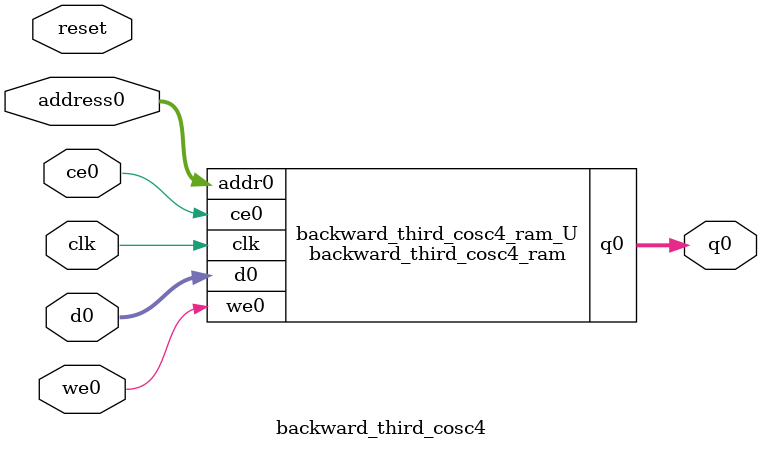
<source format=v>
`timescale 1 ns / 1 ps
module backward_third_cosc4_ram (addr0, ce0, d0, we0, q0,  clk);

parameter DWIDTH = 32;
parameter AWIDTH = 10;
parameter MEM_SIZE = 784;

input[AWIDTH-1:0] addr0;
input ce0;
input[DWIDTH-1:0] d0;
input we0;
output reg[DWIDTH-1:0] q0;
input clk;

(* ram_style = "block" *)reg [DWIDTH-1:0] ram[0:MEM_SIZE-1];




always @(posedge clk)  
begin 
    if (ce0) 
    begin
        if (we0) 
        begin 
            ram[addr0] <= d0; 
        end 
        q0 <= ram[addr0];
    end
end


endmodule

`timescale 1 ns / 1 ps
module backward_third_cosc4(
    reset,
    clk,
    address0,
    ce0,
    we0,
    d0,
    q0);

parameter DataWidth = 32'd32;
parameter AddressRange = 32'd784;
parameter AddressWidth = 32'd10;
input reset;
input clk;
input[AddressWidth - 1:0] address0;
input ce0;
input we0;
input[DataWidth - 1:0] d0;
output[DataWidth - 1:0] q0;



backward_third_cosc4_ram backward_third_cosc4_ram_U(
    .clk( clk ),
    .addr0( address0 ),
    .ce0( ce0 ),
    .we0( we0 ),
    .d0( d0 ),
    .q0( q0 ));

endmodule


</source>
